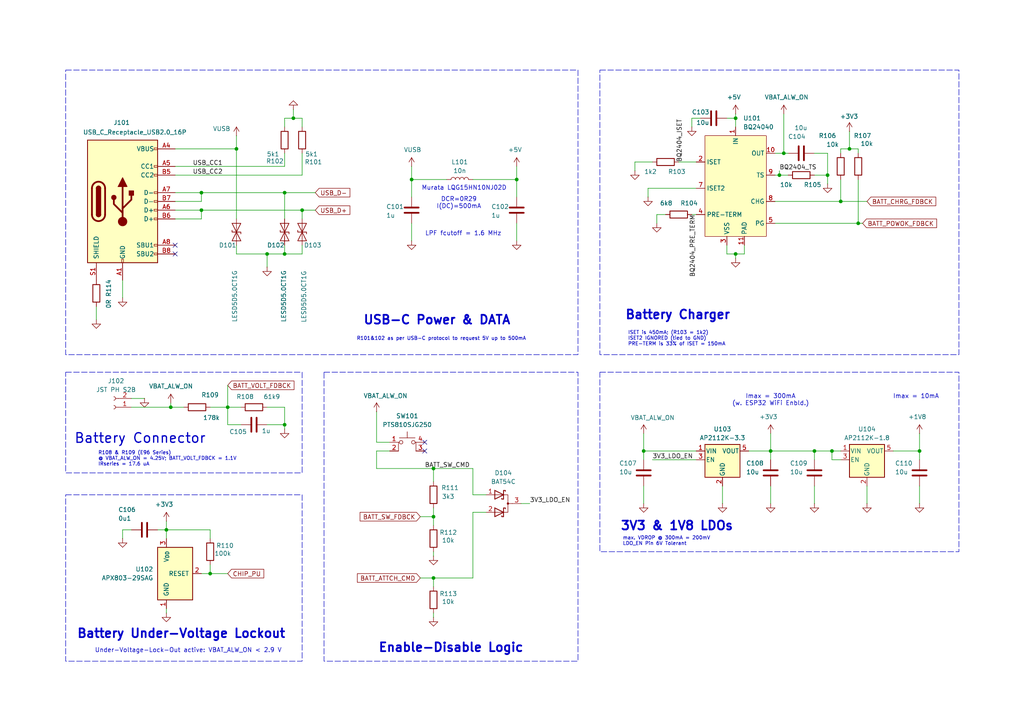
<source format=kicad_sch>
(kicad_sch (version 20231120) (generator "eeschema") (generator_version "8.0")
  (paper "A4")
  (title_block (title "POCKETMUSEUM EDU V0") (date "2025-08-18") (rev "2") (company "Bucharest Applied STEAM Museum"))
  (lib_symbols
    (symbol "BQ240x:BQ24040"
      (property "Reference" "U" (at -0.254 3.556 0))
      (symbol "BQ24040_1_1"
        (rectangle (start -8.89 16.51) (end 8.89 -12.7) (fill (type background)))
        (pin power_in line (at 0 19.05 270) (length 2.54) (name "IN") (number "1"))
        (pin power_out line (at 11.43 11.43 180) (length 2.54) (name "OUT") (number "10"))
        (pin power_in line (at 2.54 -15.24 90) (length 2.54) (name "PAD") (number "11"))
        (pin bidirectional line (at -11.43 8.89 0) (length 2.54) (name "ISET") (number "2"))
        (pin power_in line (at -2.54 -15.24 90) (length 2.54) (name "VSS") (number "3"))
        (pin bidirectional line (at -11.43 -6.35 0) (length 2.54) (name "PRE-TERM") (number "4"))
        (pin bidirectional line (at 11.43 -8.89 180) (length 2.54) (name "PG") (number "5"))
        (pin bidirectional line (at -11.43 1.27 0) (length 2.54) (name "ISET2") (number "7"))
        (pin bidirectional line (at 11.43 -2.54 180) (length 2.54) (name "CHG") (number "8"))
        (pin bidirectional line (at 11.43 5.08 180) (length 2.54) (name "TS") (number "9"))
      )
    )
    (symbol "Connector:Conn_01x02_Socket" (pin_names (offset 1.016) hide)
      (property "Reference" "J" (at 0 2.54 0))
      (property "Value" "Conn_01x02_Socket" (at 0 -5.08 0))
      (symbol "Conn_01x02_Socket_1_1"
        (arc (start 0 -2.032) (mid -0.5058 -2.54) (end 0 -3.048) (stroke (width 0.1524)))
        (polyline (pts (xy -1.27 -2.54) (xy -0.508 -2.54)) (stroke (width 0.1524)))
        (polyline (pts (xy -1.27 0) (xy -0.508 0)) (stroke (width 0.1524)))
        (arc (start 0 0.508) (mid -0.5058 0) (end 0 -0.508) (stroke (width 0.1524)))
        (pin passive line (at -5.08 0 0) (length 3.81) (name "Pin_1") (number "1"))
        (pin passive line (at -5.08 -2.54 0) (length 3.81) (name "Pin_2") (number "2"))
      )
    )
    (symbol "Connector:USB_C_Receptacle_USB2.0_16P" (pin_names (offset 1.016))
      (property "Reference" "J" (at 0 22.225 0))
      (property "Value" "USB_C_Receptacle_USB2.0_16P" (at 0 19.685 0))
      (symbol "USB_C_Receptacle_USB2.0_16P_0_0"
        (rectangle (start -0.254 -17.78) (end 0.254 -16.764))
        (rectangle (start 10.16 -14.986) (end 9.144 -15.494))
        (rectangle (start 10.16 -12.446) (end 9.144 -12.954))
        (rectangle (start 10.16 -4.826) (end 9.144 -5.334))
        (rectangle (start 10.16 -2.286) (end 9.144 -2.794))
        (rectangle (start 10.16 0.254) (end 9.144 -0.254))
        (rectangle (start 10.16 2.794) (end 9.144 2.286))
        (rectangle (start 10.16 7.874) (end 9.144 7.366))
        (rectangle (start 10.16 10.414) (end 9.144 9.906))
        (rectangle (start 10.16 15.494) (end 9.144 14.986))
      )
      (symbol "USB_C_Receptacle_USB2.0_16P_0_1"
        (rectangle (start -10.16 17.78) (end 10.16 -17.78) (stroke (width 0.254)) (fill (type background)))
        (arc (start -8.89 -3.81) (mid -6.985 -5.7067) (end -5.08 -3.81) (stroke (width 0.508)))
        (arc (start -7.62 -3.81) (mid -6.985 -4.4423) (end -6.35 -3.81) (stroke (width 0.254)))
        (arc (start -7.62 -3.81) (mid -6.985 -4.4423) (end -6.35 -3.81) (stroke (width 0.254)) (fill (type outline)))
        (rectangle (start -7.62 -3.81) (end -6.35 3.81) (stroke (width 0.254)) (fill (type outline)))
        (arc (start -6.35 3.81) (mid -6.985 4.4423) (end -7.62 3.81) (stroke (width 0.254)))
        (arc (start -6.35 3.81) (mid -6.985 4.4423) (end -7.62 3.81) (stroke (width 0.254)) (fill (type outline)))
        (arc (start -5.08 3.81) (mid -6.985 5.7067) (end -8.89 3.81) (stroke (width 0.508)))
        (circle (center -2.54 1.143) (radius 0.635) (stroke (width 0.254)) (fill (type outline)))
        (circle (center 0 -5.842) (radius 1.27) (fill (type outline)))
        (polyline (pts (xy -8.89 -3.81) (xy -8.89 3.81)) (stroke (width 0.508)))
        (polyline (pts (xy -5.08 3.81) (xy -5.08 -3.81)) (stroke (width 0.508)))
        (polyline (pts (xy 0 -5.842) (xy 0 4.318)) (stroke (width 0.508)))
        (polyline (pts (xy 0 -3.302) (xy -2.54 -0.762) (xy -2.54 0.508)) (stroke (width 0.508)))
        (polyline (pts (xy 0 -2.032) (xy 2.54 0.508) (xy 2.54 1.778)) (stroke (width 0.508)))
        (polyline (pts (xy -1.27 4.318) (xy 0 6.858) (xy 1.27 4.318) (xy -1.27 4.318)) (stroke (width 0.254)) (fill (type outline)))
        (rectangle (start 1.905 1.778) (end 3.175 3.048) (stroke (width 0.254)) (fill (type outline)))
      )
      (symbol "USB_C_Receptacle_USB2.0_16P_1_1"
        (pin passive line (at 0 -22.86 90) (length 5.08) (name "GND") (number "A1"))
        (pin passive line (at 0 -22.86 90) (length 5.08) hide (name "GND") (number "A12"))
        (pin passive line (at 15.24 15.24 180) (length 5.08) (name "VBUS") (number "A4"))
        (pin bidirectional line (at 15.24 10.16 180) (length 5.08) (name "CC1") (number "A5"))
        (pin bidirectional line (at 15.24 -2.54 180) (length 5.08) (name "D+") (number "A6"))
        (pin bidirectional line (at 15.24 2.54 180) (length 5.08) (name "D-") (number "A7"))
        (pin bidirectional line (at 15.24 -12.7 180) (length 5.08) (name "SBU1") (number "A8"))
        (pin passive line (at 15.24 15.24 180) (length 5.08) hide (name "VBUS") (number "A9"))
        (pin passive line (at 0 -22.86 90) (length 5.08) hide (name "GND") (number "B1"))
        (pin passive line (at 0 -22.86 90) (length 5.08) hide (name "GND") (number "B12"))
        (pin passive line (at 15.24 15.24 180) (length 5.08) hide (name "VBUS") (number "B4"))
        (pin bidirectional line (at 15.24 7.62 180) (length 5.08) (name "CC2") (number "B5"))
        (pin bidirectional line (at 15.24 -5.08 180) (length 5.08) (name "D+") (number "B6"))
        (pin bidirectional line (at 15.24 0 180) (length 5.08) (name "D-") (number "B7"))
        (pin bidirectional line (at 15.24 -15.24 180) (length 5.08) (name "SBU2") (number "B8"))
        (pin passive line (at 15.24 15.24 180) (length 5.08) hide (name "VBUS") (number "B9"))
        (pin passive line (at -7.62 -22.86 90) (length 5.08) (name "SHIELD") (number "S1"))
      )
    )
    (symbol "Device:C" (pin_numbers hide) (pin_names (offset 0.254))
      (property "Reference" "C" (at 0.635 2.54 0))
      (property "Value" "C" (at 0.635 -2.54 0))
      (symbol "C_0_1"
        (polyline (pts (xy -2.032 -0.762) (xy 2.032 -0.762)) (stroke (width 0.508)))
        (polyline (pts (xy -2.032 0.762) (xy 2.032 0.762)) (stroke (width 0.508)))
      )
      (symbol "C_1_1"
        (pin passive line (at 0 3.81 270) (length 2.794) (name "~") (number "1"))
        (pin passive line (at 0 -3.81 90) (length 2.794) (name "~") (number "2"))
      )
    )
    (symbol "Device:D_Schottky_Dual_CommonCathode_AAK_Parallel" (pin_names (offset 0.762) hide)
      (property "Reference" "D" (at 0 5.08 0))
      (property "Value" "D_Schottky_Dual_CommonCathode_AAK_Parallel" (at 0 -5.08 0))
      (symbol "D_Schottky_Dual_CommonCathode_AAK_Parallel_0_1"
        (polyline (pts (xy 1.27 0) (xy 2.54 0)))
        (polyline (pts (xy -2.54 -2.54) (xy 1.27 -2.54) (xy 1.27 2.54) (xy -2.54 2.54)))
        (polyline (pts (xy -2.54 -1.27) (xy 0 -2.54) (xy -2.54 -3.81) (xy -2.54 -1.27) (xy -2.54 -1.27) (xy -2.54 -1.27)) (stroke (width 0.254)))
        (polyline (pts (xy -2.54 3.81) (xy 0 2.54) (xy -2.54 1.27) (xy -2.54 3.81) (xy -2.54 3.81) (xy -2.54 3.81)) (stroke (width 0.254)))
        (polyline (pts (xy 0.508 -1.524) (xy 0.508 -1.27) (xy 0 -1.27) (xy 0 -3.81) (xy -0.508 -3.81) (xy -0.508 -3.556)) (stroke (width 0.254)))
        (polyline (pts (xy 0.508 3.556) (xy 0.508 3.81) (xy 0 3.81) (xy 0 1.27) (xy -0.508 1.27) (xy -0.508 1.524)) (stroke (width 0.254)))
        (circle (center 1.27 0) (radius 0.254) (fill (type outline)))
        (pin passive line (at -5.08 2.54 0) (length 2.54) (name "A") (number "1"))
        (pin passive line (at -5.08 -2.54 0) (length 2.54) (name "A") (number "2"))
        (pin passive line (at 5.08 0 180) (length 2.54) (name "K") (number "3"))
      )
    )
    (symbol "Device:L" (pin_numbers hide) (pin_names (offset 1.016) hide)
      (property "Reference" "L" (at -1.27 0 90))
      (property "Value" "L" (at 1.905 0 90))
      (symbol "L_0_1"
        (arc (start 0 -2.54) (mid 0.6323 -1.905) (end 0 -1.27))
        (arc (start 0 -1.27) (mid 0.6323 -0.635) (end 0 0))
        (arc (start 0 0) (mid 0.6323 0.635) (end 0 1.27))
        (arc (start 0 1.27) (mid 0.6323 1.905) (end 0 2.54))
      )
      (symbol "L_1_1"
        (pin passive line (at 0 3.81 270) (length 1.27) (name "1") (number "1"))
        (pin passive line (at 0 -3.81 90) (length 1.27) (name "2") (number "2"))
      )
    )
    (symbol "Device:R" (pin_numbers hide) (pin_names (offset 0))
      (property "Reference" "R" (at 2.032 0 90))
      (property "Value" "R" (at 0 0 90))
      (symbol "R_0_1"
        (rectangle (start -1.016 -2.54) (end 1.016 2.54) (stroke (width 0.254)))
      )
      (symbol "R_1_1"
        (pin passive line (at 0 3.81 270) (length 1.27) (name "~") (number "1"))
        (pin passive line (at 0 -3.81 90) (length 1.27) (name "~") (number "2"))
      )
    )
    (symbol "Diode:ESD9B5.0ST5G" (pin_numbers hide) (pin_names (offset 1.016) hide)
      (property "Reference" "D" (at 0 2.54 0))
      (property "Value" "ESD9B5.0ST5G" (at 0 -2.54 0))
      (symbol "ESD9B5.0ST5G_0_1"
        (polyline (pts (xy 1.27 0) (xy -1.27 0)))
        (polyline (pts (xy -2.54 -1.27) (xy 0 0) (xy -2.54 1.27) (xy -2.54 -1.27)) (stroke (width 0.2032)))
        (polyline (pts (xy 0.508 1.27) (xy 0 1.27) (xy 0 -1.27) (xy -0.508 -1.27)) (stroke (width 0.2032)))
        (polyline (pts (xy 2.54 1.27) (xy 2.54 -1.27) (xy 0 0) (xy 2.54 1.27)) (stroke (width 0.2032)))
      )
      (symbol "ESD9B5.0ST5G_1_1"
        (pin passive line (at -3.81 0 0) (length 2.54) (name "A1") (number "1"))
        (pin passive line (at 3.81 0 180) (length 2.54) (name "A2") (number "2"))
      )
    )
    (symbol "Power_Supervisor:TLV810EA29DBZ" (pin_names (offset 1.016))
      (property "Reference" "U" (at 2.54 10.16 0))
      (property "Value" "TLV810EA29DBZ" (at 10.16 12.7 0))
      (symbol "TLV810EA29DBZ_1_1"
        (rectangle (start -5.08 7.62) (end 5.08 -7.62) (stroke (width 0.254)) (fill (type background)))
        (pin power_in line (at -2.54 -10.16 90) (length 2.54) (name "GND") (number "1"))
        (pin output line (at 7.62 0 180) (length 2.54) (name "RESET") (number "2"))
        (pin power_in line (at -2.54 10.16 270) (length 2.54) (name "V_{DD}") (number "3"))
      )
    )
    (symbol "Regulator_Linear:AP2112K-1.8" (pin_names (offset 0.254))
      (property "Reference" "U" (at -5.08 5.715 0))
      (property "Value" "AP2112K-1.8" (at 0 5.715 0))
      (symbol "AP2112K-1.8_0_1"
        (rectangle (start -5.08 4.445) (end 5.08 -5.08) (stroke (width 0.254)) (fill (type background)))
      )
      (symbol "AP2112K-1.8_1_1"
        (pin power_in line (at -7.62 2.54 0) (length 2.54) (name "VIN") (number "1"))
        (pin power_in line (at 0 -7.62 90) (length 2.54) (name "GND") (number "2"))
        (pin input line (at -7.62 0 0) (length 2.54) (name "EN") (number "3"))
        (pin no_connect line (at 5.08 0 180) (length 2.54) hide (name "NC") (number "4"))
        (pin power_out line (at 7.62 2.54 180) (length 2.54) (name "VOUT") (number "5"))
      )
    )
    (symbol "Regulator_Linear:AP2112K-3.3" (pin_names (offset 0.254))
      (property "Reference" "U" (at -5.08 5.715 0))
      (property "Value" "AP2112K-3.3" (at 0 5.715 0))
      (symbol "AP2112K-3.3_0_1"
        (rectangle (start -5.08 4.445) (end 5.08 -5.08) (stroke (width 0.254)) (fill (type background)))
      )
      (symbol "AP2112K-3.3_1_1"
        (pin power_in line (at -7.62 2.54 0) (length 2.54) (name "VIN") (number "1"))
        (pin power_in line (at 0 -7.62 90) (length 2.54) (name "GND") (number "2"))
        (pin input line (at -7.62 0 0) (length 2.54) (name "EN") (number "3"))
        (pin no_connect line (at 5.08 0 180) (length 2.54) hide (name "NC") (number "4"))
        (pin power_out line (at 7.62 2.54 180) (length 2.54) (name "VOUT") (number "5"))
      )
    )
    (symbol "Switch:SW_MEC_5E" (pin_names (offset 1.016) hide)
      (property "Reference" "SW" (at 0.635 5.715 0))
      (property "Value" "SW_MEC_5E" (at 0 -3.175 0))
      (symbol "SW_MEC_5E_0_1"
        (circle (center -1.778 2.54) (radius 0.508))
        (polyline (pts (xy -2.286 3.81) (xy 2.286 3.81)))
        (polyline (pts (xy 0 3.81) (xy 0 5.588)))
        (polyline (pts (xy -2.54 0) (xy -2.54 2.54) (xy -2.286 2.54)))
        (polyline (pts (xy 2.54 0) (xy 2.54 2.54) (xy 2.286 2.54)))
        (circle (center 1.778 2.54) (radius 0.508))
        (pin passive line (at -5.08 2.54 0) (length 2.54) (name "1") (number "1"))
        (pin passive line (at -5.08 0 0) (length 2.54) (name "2") (number "2"))
        (pin passive line (at 5.08 0 180) (length 2.54) (name "K") (number "3"))
        (pin passive line (at 5.08 2.54 180) (length 2.54) (name "A") (number "4"))
      )
    )
    (symbol "power:+5V" (power) (pin_numbers hide) (pin_names (offset 0) hide)
      (property "Value" "+5V" (at 0 3.556 0))
      (symbol "+5V_0_1"
        (polyline (pts (xy -0.762 1.27) (xy 0 2.54)))
        (polyline (pts (xy 0 0) (xy 0 2.54)))
        (polyline (pts (xy 0 2.54) (xy 0.762 1.27)))
      )
      (symbol "+5V_1_1"
        (pin power_in line (at 0 0 90) (length 0) (name "~") (number "1"))
      )
    )
    (symbol "power:GND" (power) (pin_numbers hide) (pin_names (offset 0) hide)
      (property "Value" "GND" (at 0 -3.81 0))
      (symbol "GND_0_1"
        (polyline (pts (xy 0 0) (xy 0 -1.27) (xy 1.27 -1.27) (xy 0 -2.54) (xy -1.27 -1.27) (xy 0 -1.27)))
      )
      (symbol "GND_1_1"
        (pin power_in line (at 0 0 270) (length 0) (name "~") (number "1"))
      )
    )
    (symbol "power:VBUS" (power) (pin_numbers hide) (pin_names (offset 0) hide)
      (property "Value" "VBUS" (at 0 3.556 0))
      (symbol "VBUS_0_1"
        (polyline (pts (xy -0.762 1.27) (xy 0 2.54)))
        (polyline (pts (xy 0 0) (xy 0 2.54)))
        (polyline (pts (xy 0 2.54) (xy 0.762 1.27)))
      )
      (symbol "VBUS_1_1"
        (pin power_in line (at 0 0 90) (length 0) (name "~") (number "1"))
      )
    )
  )
  (junction (at 82.55 55.88))
  (junction (at 236.22 130.81))
  (junction (at 125.73 167.64))
  (junction (at 48.26 153.67))
  (junction (at 49.53 118.11))
  (junction (at 125.73 135.89))
  (junction (at 226.06 50.8))
  (junction (at 77.47 73.66))
  (junction (at 186.69 130.81))
  (junction (at 125.73 149.86))
  (junction (at 243.84 58.42))
  (junction (at 266.7 130.81))
  (junction (at 248.92 64.77))
  (junction (at 87.63 60.96))
  (junction (at 227.33 44.45))
  (junction (at 240.03 50.8))
  (junction (at 119.38 52.07))
  (junction (at 246.38 43.18))
  (junction (at 66.04 118.11))
  (junction (at 68.58 43.18))
  (junction (at 241.3 130.81))
  (junction (at 60.96 166.37))
  (junction (at 223.52 130.81))
  (junction (at 213.36 73.66))
  (junction (at 58.42 55.88))
  (junction (at 85.09 34.29))
  (junction (at 58.42 60.96))
  (junction (at 82.55 123.19))
  (junction (at 213.36 34.29))
  (junction (at 82.55 73.66))
  (junction (at 149.86 52.07))
  (no_connect (at 50.8 71.12))
  (no_connect (at 123.19 128.27))
  (no_connect (at 50.8 73.66))
  (no_connect (at 123.19 130.81))
  (wire (pts (xy 82.55 73.66) (xy 87.63 73.66)))
  (wire (pts (xy 48.26 177.8) (xy 48.26 176.53)))
  (wire (pts (xy 113.03 128.27) (xy 109.22 128.27)))
  (wire (pts (xy 209.55 140.97) (xy 209.55 146.05)))
  (wire (pts (xy 87.63 71.12) (xy 87.63 73.66)))
  (wire (pts (xy 87.63 34.29) (xy 85.09 34.29)))
  (wire (pts (xy 125.73 135.89) (xy 125.73 139.7)))
  (wire (pts (xy 87.63 60.96) (xy 91.44 60.96)))
  (wire (pts (xy 49.53 118.11) (xy 53.34 118.11)))
  (wire (pts (xy 60.96 166.37) (xy 66.04 166.37)))
  (wire (pts (xy 224.79 64.77) (xy 248.92 64.77)))
  (wire (pts (xy 125.73 149.86) (xy 125.73 152.4)))
  (wire (pts (xy 200.66 62.23) (xy 201.93 62.23)))
  (wire (pts (xy 85.09 34.29) (xy 82.55 34.29)))
  (wire (pts (xy 246.38 43.18) (xy 248.92 43.18)))
  (wire (pts (xy 248.92 52.07) (xy 248.92 64.77)))
  (wire (pts (xy 224.79 50.8) (xy 226.06 50.8)))
  (wire (pts (xy 243.84 52.07) (xy 243.84 58.42)))
  (wire (pts (xy 137.16 135.89) (xy 137.16 143.51)))
  (wire (pts (xy 266.7 130.81) (xy 266.7 133.35)))
  (wire (pts (xy 87.63 44.45) (xy 87.63 50.8)))
  (wire (pts (xy 248.92 64.77) (xy 250.19 64.77)))
  (wire (pts (xy 60.96 163.83) (xy 60.96 166.37)))
  (wire (pts (xy 215.9 73.66) (xy 213.36 73.66)))
  (wire (pts (xy 189.23 133.35) (xy 201.93 133.35)))
  (wire (pts (xy 85.09 31.75) (xy 85.09 34.29)))
  (wire (pts (xy 87.63 60.96) (xy 87.63 63.5)))
  (wire (pts (xy 125.73 167.64) (xy 137.16 167.64)))
  (wire (pts (xy 213.36 33.02) (xy 213.36 34.29)))
  (wire (pts (xy 187.96 57.15) (xy 187.96 54.61)))
  (wire (pts (xy 215.9 71.12) (xy 215.9 73.66)))
  (wire (pts (xy 69.85 123.19) (xy 66.04 123.19)))
  (wire (pts (xy 121.92 167.64) (xy 125.73 167.64)))
  (wire (pts (xy 227.33 44.45) (xy 228.6 44.45)))
  (wire (pts (xy 119.38 52.07) (xy 129.54 52.07)))
  (wire (pts (xy 60.96 166.37) (xy 58.42 166.37)))
  (wire (pts (xy 82.55 71.12) (xy 82.55 73.66)))
  (wire (pts (xy 125.73 147.32) (xy 125.73 149.86)))
  (wire (pts (xy 186.69 133.35) (xy 186.69 130.81)))
  (wire (pts (xy 27.94 92.71) (xy 27.94 88.9)))
  (wire (pts (xy 82.55 48.26) (xy 82.55 44.45)))
  (wire (pts (xy 60.96 118.11) (xy 66.04 118.11)))
  (wire (pts (xy 49.53 116.84) (xy 49.53 118.11)))
  (wire (pts (xy 66.04 118.11) (xy 69.85 118.11)))
  (wire (pts (xy 109.22 135.89) (xy 125.73 135.89)))
  (wire (pts (xy 213.36 34.29) (xy 213.36 36.83)))
  (wire (pts (xy 50.8 43.18) (xy 68.58 43.18)))
  (wire (pts (xy 226.06 49.53) (xy 226.06 50.8)))
  (wire (pts (xy 241.3 133.35) (xy 241.3 130.81)))
  (wire (pts (xy 223.52 140.97) (xy 223.52 146.05)))
  (wire (pts (xy 213.36 73.66) (xy 213.36 74.93)))
  (wire (pts (xy 246.38 38.1) (xy 246.38 43.18)))
  (wire (pts (xy 82.55 55.88) (xy 91.44 55.88)))
  (wire (pts (xy 187.96 54.61) (xy 201.93 54.61)))
  (wire (pts (xy 149.86 52.07) (xy 149.86 57.15)))
  (wire (pts (xy 35.56 153.67) (xy 38.1 153.67)))
  (wire (pts (xy 121.92 149.86) (xy 125.73 149.86)))
  (wire (pts (xy 68.58 73.66) (xy 77.47 73.66)))
  (wire (pts (xy 224.79 58.42) (xy 243.84 58.42)))
  (wire (pts (xy 241.3 130.81) (xy 243.84 130.81)))
  (wire (pts (xy 87.63 36.83) (xy 87.63 34.29)))
  (wire (pts (xy 186.69 125.73) (xy 186.69 130.81)))
  (wire (pts (xy 38.1 118.11) (xy 49.53 118.11)))
  (wire (pts (xy 50.8 48.26) (xy 82.55 48.26)))
  (wire (pts (xy 184.15 49.53) (xy 184.15 46.99)))
  (wire (pts (xy 50.8 63.5) (xy 58.42 63.5)))
  (wire (pts (xy 210.82 34.29) (xy 213.36 34.29)))
  (wire (pts (xy 149.86 48.26) (xy 149.86 52.07)))
  (wire (pts (xy 82.55 55.88) (xy 82.55 63.5)))
  (wire (pts (xy 82.55 34.29) (xy 82.55 36.83)))
  (wire (pts (xy 109.22 135.89) (xy 109.22 130.81)))
  (wire (pts (xy 223.52 130.81) (xy 223.52 133.35)))
  (wire (pts (xy 251.46 58.42) (xy 243.84 58.42)))
  (wire (pts (xy 125.73 170.18) (xy 125.73 167.64)))
  (wire (pts (xy 60.96 153.67) (xy 48.26 153.67)))
  (wire (pts (xy 125.73 135.89) (xy 137.16 135.89)))
  (wire (pts (xy 68.58 43.18) (xy 68.58 63.5)))
  (wire (pts (xy 223.52 130.81) (xy 236.22 130.81)))
  (wire (pts (xy 243.84 44.45) (xy 243.84 43.18)))
  (wire (pts (xy 77.47 77.47) (xy 77.47 73.66)))
  (wire (pts (xy 66.04 123.19) (xy 66.04 118.11)))
  (wire (pts (xy 48.26 151.13) (xy 48.26 153.67)))
  (wire (pts (xy 68.58 73.66) (xy 68.58 71.12)))
  (wire (pts (xy 236.22 130.81) (xy 236.22 133.35)))
  (wire (pts (xy 50.8 50.8) (xy 87.63 50.8)))
  (wire (pts (xy 109.22 119.38) (xy 109.22 128.27)))
  (wire (pts (xy 137.16 148.59) (xy 137.16 167.64)))
  (wire (pts (xy 186.69 130.81) (xy 201.93 130.81)))
  (wire (pts (xy 35.56 156.21) (xy 35.56 153.67)))
  (wire (pts (xy 119.38 48.26) (xy 119.38 52.07)))
  (wire (pts (xy 109.22 130.81) (xy 113.03 130.81)))
  (wire (pts (xy 68.58 43.18) (xy 68.58 39.37)))
  (wire (pts (xy 266.7 130.81) (xy 259.08 130.81)))
  (wire (pts (xy 190.5 64.77) (xy 190.5 62.23)))
  (wire (pts (xy 210.82 73.66) (xy 213.36 73.66)))
  (wire (pts (xy 240.03 44.45) (xy 236.22 44.45)))
  (wire (pts (xy 227.33 44.45) (xy 224.79 44.45)))
  (wire (pts (xy 251.46 140.97) (xy 251.46 146.05)))
  (wire (pts (xy 240.03 50.8) (xy 240.03 53.34)))
  (wire (pts (xy 236.22 130.81) (xy 241.3 130.81)))
  (wire (pts (xy 119.38 64.77) (xy 119.38 69.85)))
  (wire (pts (xy 200.66 36.83) (xy 200.66 34.29)))
  (wire (pts (xy 149.86 64.77) (xy 149.86 69.85)))
  (wire (pts (xy 58.42 55.88) (xy 58.42 58.42)))
  (wire (pts (xy 77.47 73.66) (xy 82.55 73.66)))
  (wire (pts (xy 226.06 50.8) (xy 228.6 50.8)))
  (wire (pts (xy 227.33 33.02) (xy 227.33 44.45)))
  (wire (pts (xy 60.96 153.67) (xy 60.96 156.21)))
  (wire (pts (xy 217.17 130.81) (xy 223.52 130.81)))
  (wire (pts (xy 45.72 153.67) (xy 48.26 153.67)))
  (wire (pts (xy 125.73 161.29) (xy 125.73 160.02)))
  (wire (pts (xy 48.26 153.67) (xy 48.26 156.21)))
  (wire (pts (xy 266.7 140.97) (xy 266.7 146.05)))
  (wire (pts (xy 248.92 43.18) (xy 248.92 44.45)))
  (wire (pts (xy 82.55 123.19) (xy 82.55 118.11)))
  (wire (pts (xy 119.38 52.07) (xy 119.38 57.15)))
  (wire (pts (xy 137.16 143.51) (xy 140.97 143.51)))
  (wire (pts (xy 137.16 52.07) (xy 149.86 52.07)))
  (wire (pts (xy 186.69 140.97) (xy 186.69 146.05)))
  (wire (pts (xy 243.84 43.18) (xy 246.38 43.18)))
  (wire (pts (xy 243.84 133.35) (xy 241.3 133.35)))
  (wire (pts (xy 184.15 46.99) (xy 189.23 46.99)))
  (wire (pts (xy 125.73 177.8) (xy 125.73 179.07)))
  (wire (pts (xy 200.66 34.29) (xy 203.2 34.29)))
  (wire (pts (xy 35.56 81.28) (xy 35.56 86.36)))
  (wire (pts (xy 223.52 125.73) (xy 223.52 130.81)))
  (wire (pts (xy 236.22 50.8) (xy 240.03 50.8)))
  (wire (pts (xy 190.5 62.23) (xy 193.04 62.23)))
  (wire (pts (xy 50.8 60.96) (xy 58.42 60.96)))
  (wire (pts (xy 50.8 58.42) (xy 58.42 58.42)))
  (wire (pts (xy 58.42 60.96) (xy 87.63 60.96)))
  (wire (pts (xy 66.04 111.76) (xy 66.04 118.11)))
  (wire (pts (xy 151.13 146.05) (xy 153.67 146.05)))
  (wire (pts (xy 210.82 71.12) (xy 210.82 73.66)))
  (wire (pts (xy 140.97 148.59) (xy 137.16 148.59)))
  (wire (pts (xy 266.7 125.73) (xy 266.7 130.81)))
  (wire (pts (xy 58.42 55.88) (xy 82.55 55.88)))
  (wire (pts (xy 82.55 124.46) (xy 82.55 123.19)))
  (wire (pts (xy 196.85 46.99) (xy 201.93 46.99)))
  (wire (pts (xy 77.47 123.19) (xy 82.55 123.19)))
  (wire (pts (xy 240.03 44.45) (xy 240.03 50.8)))
  (wire (pts (xy 58.42 63.5) (xy 58.42 60.96)))
  (wire (pts (xy 50.8 55.88) (xy 58.42 55.88)))
  (wire (pts (xy 38.1 115.57) (xy 41.91 115.57)))
  (wire (pts (xy 236.22 140.97) (xy 236.22 146.05)))
  (wire (pts (xy 82.55 118.11) (xy 77.47 118.11)))
  (rectangle (start 93.98 107.95) (end 167.64 191.77) (stroke (width 0) (type dash)))
  (rectangle (start 173.99 107.95) (end 278.13 160.02) (stroke (width 0) (type dash)))
  (rectangle (start 19.05 20.32) (end 167.64 102.87) (stroke (width 0) (type dash)))
  (rectangle (start 19.05 143.51) (end 87.63 191.77) (stroke (width 0) (type dash)))
  (rectangle (start 19.05 107.95) (end 87.63 137.16) (stroke (width 0) (type dash)))
  (rectangle (start 173.99 20.32) (end 278.13 102.87) (stroke (width 0) (type dash)))
  (text "Murata LQG15HN10NJ02D\n" (at 134.62 54.61 0) (effects (font (size 1.27 1.27))))
  (text "Under-Voltage-Lock-Out active: VBAT_ALW_ON < 2.9 V\n" (at 54.61 188.722 0) (effects (font (size 1.27 1.27))))
  (text "Battery Connector" (at 40.64 127.254 0) (effects (font (size 2.794 2.794) (thickness 0.3556) (bold yes))))
  (text "Imax = 300mA\n(w. ESP32 WiFi Enbld.)\n" (at 223.52 116.078 0) (effects (font (size 1.27 1.27))))
  (text "ISET is 450mA; (R103 = 1k2)\nISET2 IGNORED (tied to GND)\nPRE-TERM is 33% of ISET = 150mA\n\n" (at 182.118 99.06 0) (effects (font (size 1.016 1.016)) (justify left)))
  (text "Battery Charger" (at 196.596 91.44 0) (effects (font (size 2.54 2.54) (thickness 0.508) (bold yes))))
  (text "DCR=0R29\nI(DC)=500mA\n" (at 133.096 58.928 0) (effects (font (size 1.27 1.27))))
  (text "USB-C Power & DATA\n\n" (at 126.746 94.996 0) (effects (font (size 2.54 2.54) (thickness 0.508) (bold yes))))
  (text "Battery Under-Voltage Lockout" (at 52.578 183.896 0) (effects (font (size 2.54 2.54) (thickness 0.508) (bold yes))))
  (text "R108 & R109 (E96 Series)\n@ VBAT_ALW_ON = 4.25V; BATT_VOLT_FDBCK = 1.1V\nIRseries = 17.6 uA" (at 28.448 133.096 0) (effects (font (size 1.016 1.016)) (justify left)))
  (text "Enable-Disable Logic" (at 130.81 187.96 0) (effects (font (size 2.54 2.54) (thickness 0.508) (bold yes))))
  (text "max. VDROP @ 300mA = 200mV\nLDO_EN Pin 6V Tolerant" (at 180.594 156.972 0) (effects (font (size 1.016 1.016)) (justify left)))
  (text "Imax = 10mA\n\n" (at 265.684 116.078 0) (effects (font (size 1.27 1.27))))
  (text "LPF fcutoff = 1.6 MHz" (at 134.366 67.818 0) (effects (font (size 1.27 1.27))))
  (text "3V3 & 1V8 LDOs" (at 196.342 152.654 0) (effects (font (size 2.54 2.54) (thickness 0.508) (bold yes))))
  (text "R101&102 as per USB-C protocol to request 5V up to 500mA" (at 128.016 98.298 0) (effects (font (size 1.016 1.016))))
  (label "USB_CC1" (at 55.88 48.26 0))
  (label "BATT_SW_CMD" (at 123.19 135.89 0))
  (label "3V3_LDO_EN" (at 153.67 146.05 0))
  (label "3V3_LDO_EN" (at 189.23 133.35 0))
  (label "USB_CC2" (at 55.88 50.8 0))
  (label "BQ2404_TS" (at 226.06 49.53 0))
  (label "BQ2404_PRE_TERM" (at 201.93 62.23 270))
  (label "BQ2404_ISET" (at 198.12 46.99 90))
  (global_label "BATT_ATTCH_CMD" (shape input) (at 121.92 167.64 180) (property "Intersheetrefs" "${INTERSHEET_REFS}" (effects (hide yes))))
  (global_label "USB_D-" (shape input) (at 91.44 55.88 0) (property "Intersheetrefs" "${INTERSHEET_REFS}" (effects (hide yes))))
  (global_label "BATT_SW_FDBCK" (shape input) (at 121.92 149.86 180) (property "Intersheetrefs" "${INTERSHEET_REFS}" (effects (hide yes))))
  (global_label "BATT_VOLT_FDBCK" (shape input) (at 66.04 111.76 0) (property "Intersheetrefs" "${INTERSHEET_REFS}" (effects (hide yes))))
  (global_label "BATT_POWOK_FDBCK" (shape input) (at 250.19 64.77 0) (property "Intersheetrefs" "${INTERSHEET_REFS}" (effects (hide yes))))
  (global_label "BATT_CHRG_FDBCK" (shape input) (at 251.46 58.42 0) (property "Intersheetrefs" "${INTERSHEET_REFS}" (effects (hide yes))))
  (global_label "USB_D+" (shape input) (at 91.44 60.96 0) (property "Intersheetrefs" "${INTERSHEET_REFS}" (effects (hide yes))))
  (global_label "CHIP_PU" (shape input) (at 66.04 166.37 0) (property "Intersheetrefs" "${INTERSHEET_REFS}" (effects (hide yes))))
  (symbol (lib_id "power:GND") (at 125.73 179.07 0) (unit 1)
    (property "Reference" "#PWR094" (effects (hide yes)))
    (property "Value" "GND" (effects (hide yes)))
    (property "Description" "Power symbol creates a global label with name \"GND\" , ground" (effects (hide yes)))
  )
  (symbol (lib_id "Device:C") (at 236.22 137.16 0) (unit 1)
    (property "Reference" "C109" (at 229.108 134.366 0) (effects (justify left)))
    (property "Value" "10u" (at 229.108 136.906 0) (effects (justify left)))
    (property "Footprint" "Capacitor_SMD:C_0603_1608Metric" (effects (hide yes)))
    (property "Description" "Unpolarized capacitor" (effects (hide yes)))
    (property "JLCPCB Link" "https://jlcpcb.com/partdetail/60514-CL10A226MQ8NRNC/C59461" (effects (hide yes)))
    (property "Manufacturer" "Samsung Electro-Mechanics " (effects (hide yes)))
    (property "Manufacturer P/N" "CL10A226MQ8NRNC" (effects (hide yes)))
  )
  (symbol (lib_id "power:GND") (at 251.46 146.05 0) (unit 1)
    (property "Reference" "#PWR0100" (effects (hide yes)))
    (property "Value" "GND" (effects (hide yes)))
    (property "Description" "Power symbol creates a global label with name \"GND\" , ground" (effects (hide yes)))
  )
  (symbol (lib_id "Device:C") (at 149.86 60.96 0) (unit 1)
    (property "Reference" "C102" (at 142.494 59.944 0) (effects (justify left)))
    (property "Value" "1u" (at 142.494 62.484 0) (effects (justify left)))
    (property "Footprint" "Capacitor_SMD:C_0402_1005Metric" (effects (hide yes)))
    (property "Description" "Unpolarized capacitor" (effects (hide yes)))
    (property "JLCPCB Link" "https://jlcpcb.com/partdetail/15107-CL05A105KP5NNNC/C14445" (effects (hide yes)))
    (property "Manufacturer" "Samsung Electro-Mechanics " (effects (hide yes)))
    (property "Manufacturer P/N" "CL05A105KP5NNNC" (effects (hide yes)))
  )
  (symbol (lib_id "power:GND") (at 41.91 115.57 0) (unit 1)
    (property "Reference" "#PWR011" (effects (hide yes)))
    (property "Value" "GND" (effects (hide yes)))
    (property "Description" "Power symbol creates a global label with name \"GND\" , ground" (effects (hide yes)))
  )
  (symbol (lib_id "Device:C") (at 232.41 44.45 90) (unit 1)
    (property "Reference" "C104" (at 233.68 39.624 90) (effects (justify left)))
    (property "Value" "10u" (at 234.188 37.084 90) (effects (justify left)))
    (property "Footprint" "Capacitor_SMD:C_0603_1608Metric" (effects (hide yes)))
    (property "Description" "Unpolarized capacitor" (effects (hide yes)))
    (property "JLCPCB Link" "https://jlcpcb.com/partdetail/15107-CL05A105KP5NNNC/C14445" (effects (hide yes)))
    (property "Manufacturer" "Samsung Electro-Mechanics " (effects (hide yes)))
    (property "Manufacturer P/N" "CL05A105KP5NNNC" (effects (hide yes)))
  )
  (symbol (lib_id "Switch:SW_MEC_5E") (at 118.11 130.81 0) (unit 1)
    (property "Reference" "SW101" (at 118.11 120.65 0))
    (property "Value" "PTS810SJG250" (at 118.11 123.19 0))
    (property "Footprint" "Button_Switch_SMD:SW_SPST_PTS810" (effects (hide yes)))
    (property "Datasheet" "http://www.apem.com/int/index.php?controller=attachment&id_attachment=1371" (effects (hide yes)))
    (property "Description" "MEC 5E single pole normally-open tactile switch" (effects (hide yes)))
  )
  (symbol (lib_id "Device:R") (at 232.41 50.8 90) (mirror x) (unit 1)
    (property "Reference" "R105" (at 238.252 53.594 90) (effects (justify left)))
    (property "Value" "10k" (at 229.87 53.594 90) (effects (justify left)))
    (property "Footprint" "Resistor_SMD:R_0402_1005Metric" (effects (hide yes)))
    (property "Description" "Resistor" (effects (hide yes)))
    (property "JLCPCB Link" "https://jlcpcb.com/partdetail/26648-0402WGF5101TCE/C25905" (effects (hide yes)))
    (property "Manufacturer" "UNI-ROYAL(Uniroyal Elec) " (effects (hide yes)))
    (property "Manufacturer P/N" "0402WGF5101TCE" (effects (hide yes)))
  )
  (symbol (lib_id "power:GND") (at 186.69 146.05 0) (unit 1)
    (property "Reference" "#PWR0104" (effects (hide yes)))
    (property "Value" "GND" (effects (hide yes)))
    (property "Description" "Power symbol creates a global label with name \"GND\" , ground" (effects (hide yes)))
  )
  (symbol (lib_id "Device:C") (at 186.69 137.16 0) (unit 1)
    (property "Reference" "C107" (at 179.578 134.366 0) (effects (justify left)))
    (property "Value" "10u" (at 179.578 136.906 0) (effects (justify left)))
    (property "Footprint" "Capacitor_SMD:C_0603_1608Metric" (effects (hide yes)))
    (property "Description" "Unpolarized capacitor" (effects (hide yes)))
    (property "JLCPCB Link" "https://jlcpcb.com/partdetail/60514-CL10A226MQ8NRNC/C59461" (effects (hide yes)))
    (property "Manufacturer" "Samsung Electro-Mechanics " (effects (hide yes)))
    (property "Manufacturer P/N" "CL10A226MQ8NRNC" (effects (hide yes)))
  )
  (symbol (lib_id "Regulator_Linear:AP2112K-1.8") (at 251.46 133.35 0) (unit 1)
    (property "Reference" "U104" (at 251.46 124.46 0))
    (property "Value" "AP2112K-1.8" (at 251.46 127 0))
    (property "Footprint" "Package_TO_SOT_SMD:SOT-23-5" (effects (hide yes)))
    (property "Datasheet" "https://www.diodes.com/assets/Datasheets/AP2112.pdf" (effects (hide yes)))
    (property "Description" "600mA low dropout linear regulator, with enable pin, 2.5V-6V input voltage range, 1.8V fixed positive output, SOT-23-5" (effects (hide yes)))
  )
  (symbol (lib_id "Device:C") (at 73.66 123.19 90) (unit 1)
    (property "Reference" "C105" (at 71.628 125.222 90) (effects (justify left)))
    (property "Value" "1u" (at 78.486 124.968 90) (effects (justify left)))
    (property "Footprint" "Capacitor_SMD:C_0402_1005Metric" (effects (hide yes)))
    (property "Description" "Unpolarized capacitor" (effects (hide yes)))
    (property "JLCPCB Link" "https://jlcpcb.com/partdetail/15107-CL05A105KP5NNNC/C14445" (effects (hide yes)))
    (property "Manufacturer" "Samsung Electro-Mechanics " (effects (hide yes)))
    (property "Manufacturer P/N" "CL05A105KP5NNNC" (effects (hide yes)))
  )
  (symbol (lib_id "power:GND") (at 35.56 156.21 0) (unit 1)
    (property "Reference" "#PWR049" (effects (hide yes)))
    (property "Value" "GND" (effects (hide yes)))
    (property "Description" "Power symbol creates a global label with name \"GND\" , ground" (effects (hide yes)))
  )
  (symbol (lib_id "Device:R") (at 87.63 40.64 180) (unit 1)
    (property "Reference" "R101" (at 93.472 46.99 0) (effects (justify left)))
    (property "Value" "5k1" (at 92.202 44.704 0) (effects (justify left)))
    (property "Footprint" "Resistor_SMD:R_0402_1005Metric" (effects (hide yes)))
    (property "Description" "Resistor" (effects (hide yes)))
    (property "JLCPCB Link" "https://jlcpcb.com/partdetail/26648-0402WGF5101TCE/C25905" (effects (hide yes)))
    (property "Manufacturer" "UNI-ROYAL(Uniroyal Elec) " (effects (hide yes)))
    (property "Manufacturer P/N" "0402WGF5101TCE" (effects (hide yes)))
  )
  (symbol (lib_id "Device:R") (at 125.73 173.99 180) (unit 1)
    (property "Reference" "R113" (at 132.588 172.212 0) (effects (justify left)))
    (property "Value" "10k" (at 131.826 174.498 0) (effects (justify left)))
    (property "Footprint" "Resistor_SMD:R_0402_1005Metric" (effects (hide yes)))
    (property "Description" "Resistor" (effects (hide yes)))
    (property "JLCPCB Link" "https://jlcpcb.com/partdetail/26648-0402WGF5101TCE/C25905" (effects (hide yes)))
    (property "Manufacturer" "UNI-ROYAL(Uniroyal Elec) " (effects (hide yes)))
    (property "Manufacturer P/N" "0402WGF5101TCE" (effects (hide yes)))
  )
  (symbol (lib_id "Connector:Conn_01x02_Socket") (at 33.02 118.11 180) (unit 1)
    (property "Reference" "J102" (at 33.655 110.49 0))
    (property "Value" "JST PH S2B" (at 33.655 113.03 0))
    (property "Footprint" "Connector_JST:JST_PH_S2B-PH-SM4-TB_1x02-1MP_P2.00mm_Horizontal" (effects (hide yes)))
    (property "Description" "Generic connector, single row, 01x02, script generated" (effects (hide yes)))
  )
  (symbol (lib_id "power:GND") (at 119.38 69.85 0) (unit 1)
    (property "Reference" "#PWR08" (effects (hide yes)))
    (property "Value" "GND" (effects (hide yes)))
    (property "Description" "Power symbol creates a global label with name \"GND\" , ground" (effects (hide yes)))
  )
  (symbol (lib_id "Device:R") (at 57.15 118.11 90) (unit 1)
    (property "Reference" "R109" (at 63.5 114.554 90) (effects (justify left)))
    (property "Value" "178k" (at 63.754 121.158 90) (effects (justify left)))
    (property "Footprint" "Resistor_SMD:R_0402_1005Metric" (effects (hide yes)))
    (property "Description" "Resistor" (effects (hide yes)))
    (property "JLCPCB Link" "https://jlcpcb.com/partdetail/26648-0402WGF5101TCE/C25905" (effects (hide yes)))
    (property "Manufacturer" "UNI-ROYAL(Uniroyal Elec) " (effects (hide yes)))
    (property "Manufacturer P/N" "0402WGF5101TCE" (effects (hide yes)))
  )
  (symbol (lib_id "power:GND") (at 35.56 86.36 0) (unit 1)
    (property "Reference" "#PWR02" (effects (hide yes)))
    (property "Value" "GND" (effects (hide yes)))
    (property "Description" "Power symbol creates a global label with name \"GND\" , ground" (effects (hide yes)))
  )
  (symbol (lib_id "Device:C") (at 41.91 153.67 270) (unit 1)
    (property "Reference" "C106" (at 34.29 147.828 90) (effects (justify left)))
    (property "Value" "0u1" (at 34.29 150.368 90) (effects (justify left)))
    (property "Footprint" "Capacitor_SMD:C_0402_1005Metric" (effects (hide yes)))
    (property "Description" "Unpolarized capacitor" (effects (hide yes)))
    (property "JLCPCB Link" "https://jlcpcb.com/partdetail/15107-CL05A105KP5NNNC/C14445" (effects (hide yes)))
    (property "Manufacturer" "Samsung Electro-Mechanics " (effects (hide yes)))
    (property "Manufacturer P/N" "CL05A105KP5NNNC" (effects (hide yes)))
  )
  (symbol (lib_id "Device:C") (at 119.38 60.96 0) (unit 1)
    (property "Reference" "C101" (at 112.014 59.944 0) (effects (justify left)))
    (property "Value" "1u" (at 112.014 62.484 0) (effects (justify left)))
    (property "Footprint" "Capacitor_SMD:C_0402_1005Metric" (effects (hide yes)))
    (property "Description" "Unpolarized capacitor" (effects (hide yes)))
    (property "JLCPCB Link" "https://jlcpcb.com/partdetail/15107-CL05A105KP5NNNC/C14445" (effects (hide yes)))
    (property "Manufacturer" "Samsung Electro-Mechanics " (effects (hide yes)))
    (property "Manufacturer P/N" "CL05A105KP5NNNC" (effects (hide yes)))
  )
  (symbol (lib_id "Power_Supervisor:TLV810EA29DBZ") (at 50.8 166.37 0) (unit 1)
    (property "Reference" "U102" (at 44.45 165.0999 0) (effects (justify right)))
    (property "Value" "APX803-29SAG" (at 44.45 167.6399 0) (effects (justify right)))
    (property "Footprint" "Package_TO_SOT_SMD:SOT-23" (effects (hide yes)))
    (property "Datasheet" "https://www.ti.com/lit/ds/symlink/tlv803e.pdf" (effects (hide yes)))
    (property "Description" "push-pull, active-high, 200mS reset delay, 2.93V threshold voltage, SOT-23" (effects (hide yes)))
  )
  (symbol (lib_id "power:GND") (at 190.5 64.77 0) (unit 1)
    (property "Reference" "#PWR0111" (effects (hide yes)))
    (property "Value" "GND" (effects (hide yes)))
    (property "Description" "Power symbol creates a global label with name \"GND\" , ground" (effects (hide yes)))
  )
  (symbol (lib_id "Regulator_Linear:AP2112K-3.3") (at 209.55 133.35 0) (unit 1)
    (property "Reference" "U103" (at 209.55 124.46 0))
    (property "Value" "AP2112K-3.3" (at 209.55 127 0))
    (property "Footprint" "Package_TO_SOT_SMD:SOT-23-5" (effects (hide yes)))
    (property "Datasheet" "https://www.diodes.com/assets/Datasheets/AP2112.pdf" (effects (hide yes)))
    (property "Description" "600mA low dropout linear regulator, with enable pin, 3.8V-6V input voltage range, 3.3V fixed positive output, SOT-23-5" (effects (hide yes)))
  )
  (symbol (lib_id "power:GND") (at 240.03 53.34 0) (unit 1)
    (property "Reference" "#PWR0105" (effects (hide yes)))
    (property "Value" "GND" (effects (hide yes)))
    (property "Description" "Power symbol creates a global label with name \"GND\" , ground" (effects (hide yes)))
  )
  (symbol (lib_id "power:+5V") (at 49.53 116.84 0) (unit 1)
    (property "Reference" "#PWR013" (effects (hide yes)))
    (property "Value" "VBAT_ALW_ON" (at 43.18 112.014 0) (effects (justify left)))
    (property "Description" "Power symbol creates a global label with name \"+5V\"" (effects (hide yes)))
  )
  (symbol (lib_id "power:GND") (at 187.96 57.15 0) (unit 1)
    (property "Reference" "#PWR0110" (effects (hide yes)))
    (property "Value" "GND" (effects (hide yes)))
    (property "Description" "Power symbol creates a global label with name \"GND\" , ground" (effects (hide yes)))
  )
  (symbol (lib_id "power:GND") (at 77.47 77.47 0) (unit 1)
    (property "Reference" "#PWR037" (effects (hide yes)))
    (property "Value" "GND" (effects (hide yes)))
    (property "Description" "Power symbol creates a global label with name \"GND\" , ground" (effects (hide yes)))
  )
  (symbol (lib_id "power:VBUS") (at 68.58 39.37 0) (unit 1)
    (property "Reference" "#PWR05" (effects (hide yes)))
    (property "Value" "VUSB" (at 61.722 37.338 0) (effects (justify left)))
    (property "Description" "Power symbol creates a global label with name \"VBUS\"" (effects (hide yes)))
  )
  (symbol (lib_id "BQ240x:BQ24040") (at 213.36 55.88 0) (unit 1)
    (property "Reference" "U101" (at 215.5541 34.29 0) (effects (justify left)))
    (property "Value" "BQ24040" (at 215.5541 36.83 0) (effects (justify left)))
    (property "Footprint" "DFNCustom:QFN_10_BQ24040" (effects (hide yes)))
  )
  (symbol (lib_id "Device:D_Schottky_Dual_CommonCathode_AAK_Parallel") (at 146.05 146.05 0) (unit 1)
    (property "Reference" "D104" (at 145.9865 137.16 0))
    (property "Value" "BAT54C" (at 145.9865 139.7 0))
    (property "Footprint" "Package_TO_SOT_SMD:SOT-23" (effects (hide yes)))
    (property "Description" "Dual Schottky diode, common cathode on pin 3" (effects (hide yes)))
  )
  (symbol (lib_id "Device:R") (at 125.73 143.51 180) (unit 1)
    (property "Reference" "R111" (at 133.096 141.478 0) (effects (justify left)))
    (property "Value" "3k3" (at 131.826 144.018 0) (effects (justify left)))
    (property "Footprint" "Resistor_SMD:R_0402_1005Metric" (effects (hide yes)))
    (property "Description" "Resistor" (effects (hide yes)))
    (property "JLCPCB Link" "https://jlcpcb.com/partdetail/26648-0402WGF5101TCE/C25905" (effects (hide yes)))
    (property "Manufacturer" "UNI-ROYAL(Uniroyal Elec) " (effects (hide yes)))
    (property "Manufacturer P/N" "0402WGF5101TCE" (effects (hide yes)))
  )
  (symbol (lib_id "Diode:ESD9B5.0ST5G") (at 68.58 67.31 270) (unit 1)
    (property "Reference" "D101" (at 68.58 71.12 90) (effects (justify right)))
    (property "Value" "LESD5D5.0CT1G" (at 68.072 93.472 0) (effects (justify right)))
    (property "Footprint" "Diode_SMD:D_SOD-523" (effects (hide yes)))
    (property "Datasheet" "https://www.onsemi.com/pub/Collateral/ESD9B-D.PDF" (effects (hide yes)))
    (property "Description" "ESD protection diode, 5.0Vrwm, SOD-923" (effects (hide yes)))
    (property "JLCPCB Link" "https://jlcpcb.com/partdetail/LRC-LESD5D50CT1G/C383211" (effects (hide yes)))
    (property "Manufacturer" "LRC" (effects (hide yes)))
    (property "Manufacturer P/N" "LESD5D5.0CT1G" (effects (hide yes)))
  )
  (symbol (lib_id "power:GND") (at 149.86 69.85 0) (unit 1)
    (property "Reference" "#PWR010" (effects (hide yes)))
    (property "Value" "GND" (effects (hide yes)))
    (property "Description" "Power symbol creates a global label with name \"GND\" , ground" (effects (hide yes)))
  )
  (symbol (lib_id "power:GND") (at 125.73 161.29 0) (unit 1)
    (property "Reference" "#PWR031" (effects (hide yes)))
    (property "Value" "GND" (effects (hide yes)))
    (property "Description" "Power symbol creates a global label with name \"GND\" , ground" (effects (hide yes)))
  )
  (symbol (lib_id "power:GND") (at 200.66 36.83 0) (unit 1)
    (property "Reference" "#PWR0107" (effects (hide yes)))
    (property "Value" "GND" (effects (hide yes)))
    (property "Description" "Power symbol creates a global label with name \"GND\" , ground" (effects (hide yes)))
  )
  (symbol (lib_id "Device:R") (at 196.85 62.23 90) (mirror x) (unit 1)
    (property "Reference" "R104" (at 202.438 58.928 90) (effects (justify left)))
    (property "Value" "6k8" (at 195.072 58.928 90) (effects (justify left)))
    (property "Footprint" "Resistor_SMD:R_0402_1005Metric" (effects (hide yes)))
    (property "Description" "Resistor" (effects (hide yes)))
    (property "JLCPCB Link" "https://jlcpcb.com/partdetail/26648-0402WGF5101TCE/C25905" (effects (hide yes)))
    (property "Manufacturer" "UNI-ROYAL(Uniroyal Elec) " (effects (hide yes)))
    (property "Manufacturer P/N" "0402WGF5101TCE" (effects (hide yes)))
  )
  (symbol (lib_id "Device:C") (at 223.52 137.16 0) (unit 1)
    (property "Reference" "C108" (at 216.408 134.366 0) (effects (justify left)))
    (property "Value" "10u" (at 216.408 136.906 0) (effects (justify left)))
    (property "Footprint" "Capacitor_SMD:C_0603_1608Metric" (effects (hide yes)))
    (property "Description" "Unpolarized capacitor" (effects (hide yes)))
    (property "JLCPCB Link" "https://jlcpcb.com/partdetail/60514-CL10A226MQ8NRNC/C59461" (effects (hide yes)))
    (property "Manufacturer" "Samsung Electro-Mechanics " (effects (hide yes)))
    (property "Manufacturer P/N" "CL10A226MQ8NRNC" (effects (hide yes)))
  )
  (symbol (lib_id "power:GND") (at 184.15 49.53 0) (unit 1)
    (property "Reference" "#PWR0109" (effects (hide yes)))
    (property "Value" "GND" (effects (hide yes)))
    (property "Description" "Power symbol creates a global label with name \"GND\" , ground" (effects (hide yes)))
  )
  (symbol (lib_id "Device:C") (at 207.01 34.29 270) (unit 1)
    (property "Reference" "C103" (at 200.66 32.512 90) (effects (justify left)))
    (property "Value" "10u" (at 201.93 35.56 90) (effects (justify left)))
    (property "Footprint" "Capacitor_SMD:C_0603_1608Metric" (effects (hide yes)))
    (property "Description" "Unpolarized capacitor" (effects (hide yes)))
    (property "JLCPCB Link" "https://jlcpcb.com/partdetail/15107-CL05A105KP5NNNC/C14445" (effects (hide yes)))
    (property "Manufacturer" "Samsung Electro-Mechanics " (effects (hide yes)))
    (property "Manufacturer P/N" "CL05A105KP5NNNC" (effects (hide yes)))
  )
  (symbol (lib_id "Connector:USB_C_Receptacle_USB2.0_16P") (at 35.56 58.42 0) (unit 1)
    (property "Reference" "J101" (at 35.306 35.56 0))
    (property "Value" "USB_C_Receptacle_USB2.0_16P" (at 39.116 38.354 0))
    (property "Footprint" "Connector_USB:USB_C_Receptacle_HRO_TYPE-C-31-M-12" (effects (hide yes)))
    (property "Datasheet" "https://www.usb.org/sites/default/files/documents/usb_type-c.zip" (effects (hide yes)))
    (property "Description" "USB 2.0-only 16P Type-C Receptacle connector" (effects (hide yes)))
    (property "JLCPCB Link" "https://jlcpcb.com/partdetail/Korean_HropartsElec-TYPE_C_31_M12/C165948" (effects (hide yes)))
    (property "Manufacturer" "Korean Hroparts Elec " (effects (hide yes)))
    (property "Manufacturer P/N" "TYPE-C-31-M-12" (effects (hide yes)))
  )
  (symbol (lib_id "power:+5V") (at 48.26 151.13 0) (unit 1)
    (property "Reference" "#PWR051" (effects (hide yes)))
    (property "Value" "+3V3" (at 44.958 146.304 0) (effects (justify left)))
    (property "Description" "Power symbol creates a global label with name \"+5V\"" (effects (hide yes)))
  )
  (symbol (lib_id "power:VBUS") (at 119.38 48.26 0) (unit 1)
    (property "Reference" "#PWR07" (effects (hide yes)))
    (property "Value" "VUSB" (at 117.094 43.434 0) (effects (justify left)))
    (property "Description" "Power symbol creates a global label with name \"VBUS\"" (effects (hide yes)))
  )
  (symbol (lib_id "power:GND") (at 209.55 146.05 0) (unit 1)
    (property "Reference" "#PWR0103" (effects (hide yes)))
    (property "Value" "GND" (effects (hide yes)))
    (property "Description" "Power symbol creates a global label with name \"GND\" , ground" (effects (hide yes)))
  )
  (symbol (lib_id "Device:R") (at 73.66 118.11 90) (unit 1)
    (property "Reference" "R108" (at 73.66 115.062 90) (effects (justify left)))
    (property "Value" "61k9" (at 81.28 115.062 90) (effects (justify left)))
    (property "Footprint" "Resistor_SMD:R_0402_1005Metric" (effects (hide yes)))
    (property "Description" "Resistor" (effects (hide yes)))
    (property "JLCPCB Link" "https://jlcpcb.com/partdetail/26648-0402WGF5101TCE/C25905" (effects (hide yes)))
    (property "Manufacturer" "UNI-ROYAL(Uniroyal Elec) " (effects (hide yes)))
    (property "Manufacturer P/N" "0402WGF5101TCE" (effects (hide yes)))
  )
  (symbol (lib_id "power:GND") (at 27.94 92.71 0) (unit 1)
    (property "Reference" "#PWR0115" (effects (hide yes)))
    (property "Value" "GND" (effects (hide yes)))
    (property "Description" "Power symbol creates a global label with name \"GND\" , ground" (effects (hide yes)))
  )
  (symbol (lib_id "power:GND") (at 236.22 146.05 0) (unit 1)
    (property "Reference" "#PWR0101" (effects (hide yes)))
    (property "Value" "GND" (effects (hide yes)))
    (property "Description" "Power symbol creates a global label with name \"GND\" , ground" (effects (hide yes)))
  )
  (symbol (lib_id "power:GND") (at 48.26 177.8 0) (unit 1)
    (property "Reference" "#PWR050" (effects (hide yes)))
    (property "Value" "GND" (effects (hide yes)))
    (property "Description" "Power symbol creates a global label with name \"GND\" , ground" (effects (hide yes)))
  )
  (symbol (lib_id "power:GND") (at 82.55 124.46 0) (unit 1)
    (property "Reference" "#PWR015" (effects (hide yes)))
    (property "Value" "GND" (effects (hide yes)))
    (property "Description" "Power symbol creates a global label with name \"GND\" , ground" (effects (hide yes)))
  )
  (symbol (lib_id "power:GND") (at 223.52 146.05 0) (unit 1)
    (property "Reference" "#PWR0102" (effects (hide yes)))
    (property "Value" "GND" (effects (hide yes)))
    (property "Description" "Power symbol creates a global label with name \"GND\" , ground" (effects (hide yes)))
  )
  (symbol (lib_id "power:VBUS") (at 227.33 33.02 0) (unit 1)
    (property "Reference" "#PWR063" (effects (hide yes)))
    (property "Value" "VBAT_ALW_ON" (at 221.742 28.194 0) (effects (justify left)))
    (property "Description" "Power symbol creates a global label with name \"VBUS\"" (effects (hide yes)))
  )
  (symbol (lib_id "Device:L") (at 133.35 52.07 90) (unit 1)
    (property "Reference" "L101" (at 133.35 46.99 90))
    (property "Value" "10n" (at 133.35 49.53 90))
    (property "Footprint" "Inductor_SMD:L_0402_1005Metric" (effects (hide yes)))
    (property "Description" "Inductor" (effects (hide yes)))
    (property "JLCPCB Link" "https://jlcpcb.com/partdetail/MurataElectronics-LQG15HS10NJ02D/C77103" (effects (hide yes)))
    (property "Manufacturer" "Murata Electronics " (effects (hide yes)))
    (property "Manufacturer P/N" "LQG15HS10NJ02D" (effects (hide yes)))
  )
  (symbol (lib_id "Device:R") (at 125.73 156.21 180) (unit 1)
    (property "Reference" "R112" (at 132.588 154.432 0) (effects (justify left)))
    (property "Value" "10k" (at 131.826 156.718 0) (effects (justify left)))
    (property "Footprint" "Resistor_SMD:R_0402_1005Metric" (effects (hide yes)))
    (property "Description" "Resistor" (effects (hide yes)))
    (property "JLCPCB Link" "https://jlcpcb.com/partdetail/26648-0402WGF5101TCE/C25905" (effects (hide yes)))
    (property "Manufacturer" "UNI-ROYAL(Uniroyal Elec) " (effects (hide yes)))
    (property "Manufacturer P/N" "0402WGF5101TCE" (effects (hide yes)))
  )
  (symbol (lib_id "Device:R") (at 82.55 40.64 180) (unit 1)
    (property "Reference" "R102" (at 82.296 46.736 0) (effects (justify left)))
    (property "Value" "5k1" (at 81.026 44.704 0) (effects (justify left)))
    (property "Footprint" "Resistor_SMD:R_0402_1005Metric" (effects (hide yes)))
    (property "Description" "Resistor" (effects (hide yes)))
    (property "JLCPCB Link" "https://jlcpcb.com/partdetail/26648-0402WGF5101TCE/C25905" (effects (hide yes)))
    (property "Manufacturer" "UNI-ROYAL(Uniroyal Elec) " (effects (hide yes)))
    (property "Manufacturer P/N" "0402WGF5101TCE" (effects (hide yes)))
  )
  (symbol (lib_id "power:VBUS") (at 109.22 119.38 0) (unit 1)
    (property "Reference" "#PWR033" (effects (hide yes)))
    (property "Value" "VBAT_ALW_ON" (at 105.41 114.808 0) (effects (justify left)))
    (property "Description" "Power symbol creates a global label with name \"VBUS\"" (effects (hide yes)))
  )
  (symbol (lib_id "Diode:ESD9B5.0ST5G") (at 87.63 67.31 90) (unit 1)
    (property "Reference" "D103" (at 88.138 71.12 90) (effects (justify right)))
    (property "Value" "LESD5D5.0CT1G" (at 88.138 78.486 0) (effects (justify right)))
    (property "Footprint" "Diode_SMD:D_SOD-523" (effects (hide yes)))
    (property "Datasheet" "https://www.onsemi.com/pub/Collateral/ESD9B-D.PDF" (effects (hide yes)))
    (property "Description" "ESD protection diode, 5.0Vrwm, SOD-923" (effects (hide yes)))
    (property "JLCPCB Link" "https://jlcpcb.com/partdetail/LRC-LESD5D50CT1G/C383211" (effects (hide yes)))
    (property "Manufacturer" "LRC" (effects (hide yes)))
    (property "Manufacturer P/N" "LESD5D5.0CT1G" (effects (hide yes)))
  )
  (symbol (lib_id "power:+5V") (at 246.38 38.1 0) (mirror y) (unit 1)
    (property "Reference" "#PWR058" (effects (hide yes)))
    (property "Value" "+3V3" (at 248.92 33.782 0) (effects (justify left)))
    (property "Description" "Power symbol creates a global label with name \"+5V\"" (effects (hide yes)))
  )
  (symbol (lib_id "power:GND") (at 213.36 74.93 0) (unit 1)
    (property "Reference" "#PWR0108" (effects (hide yes)))
    (property "Value" "GND" (effects (hide yes)))
    (property "Description" "Power symbol creates a global label with name \"GND\" , ground" (effects (hide yes)))
  )
  (symbol (lib_id "Device:R") (at 193.04 46.99 90) (mirror x) (unit 1)
    (property "Reference" "R103" (at 198.882 49.784 90) (effects (justify left)))
    (property "Value" "1k2" (at 190.5 49.784 90) (effects (justify left)))
    (property "Footprint" "Resistor_SMD:R_0402_1005Metric" (effects (hide yes)))
    (property "Description" "Resistor" (effects (hide yes)))
    (property "JLCPCB Link" "https://jlcpcb.com/partdetail/26648-0402WGF5101TCE/C25905" (effects (hide yes)))
    (property "Manufacturer" "UNI-ROYAL(Uniroyal Elec) " (effects (hide yes)))
    (property "Manufacturer P/N" "0402WGF5101TCE" (effects (hide yes)))
  )
  (symbol (lib_id "power:+5V") (at 213.36 33.02 0) (unit 1)
    (property "Reference" "#PWR0106" (effects (hide yes)))
    (property "Value" "+5V" (at 210.82 28.194 0) (effects (justify left)))
    (property "Description" "Power symbol creates a global label with name \"+5V\"" (effects (hide yes)))
  )
  (symbol (lib_id "power:+5V") (at 266.7 125.73 0) (unit 1)
    (property "Reference" "#PWR097" (effects (hide yes)))
    (property "Value" "+1V8" (at 263.398 120.904 0) (effects (justify left)))
    (property "Description" "Power symbol creates a global label with name \"+5V\"" (effects (hide yes)))
  )
  (symbol (lib_id "power:+5V") (at 149.86 48.26 0) (unit 1)
    (property "Reference" "#PWR09" (effects (hide yes)))
    (property "Value" "+5V" (at 147.32 43.434 0) (effects (justify left)))
    (property "Description" "Power symbol creates a global label with name \"+5V\"" (effects (hide yes)))
  )
  (symbol (lib_id "Device:R") (at 60.96 160.02 180) (unit 1)
    (property "Reference" "R110" (at 67.818 158.242 0) (effects (justify left)))
    (property "Value" "100k" (at 67.056 160.528 0) (effects (justify left)))
    (property "Footprint" "Resistor_SMD:R_0402_1005Metric" (effects (hide yes)))
    (property "Description" "Resistor" (effects (hide yes)))
    (property "JLCPCB Link" "https://jlcpcb.com/partdetail/26648-0402WGF5101TCE/C25905" (effects (hide yes)))
    (property "Manufacturer" "UNI-ROYAL(Uniroyal Elec) " (effects (hide yes)))
    (property "Manufacturer P/N" "0402WGF5101TCE" (effects (hide yes)))
  )
  (symbol (lib_id "power:GND") (at 85.09 31.75 180) (unit 1)
    (property "Reference" "#PWR04" (effects (hide yes)))
    (property "Value" "GND" (effects (hide yes)))
    (property "Description" "Power symbol creates a global label with name \"GND\" , ground" (effects (hide yes)))
  )
  (symbol (lib_id "Device:R") (at 27.94 85.09 0) (unit 1)
    (property "Reference" "R114" (at 31.496 83.566 90))
    (property "Value" "0R" (at 31.496 88.138 90))
    (property "Footprint" "Resistor_SMD:R_0603_1608Metric" (effects (hide yes)))
    (property "Description" "Resistor" (effects (hide yes)))
    (property "JLCPCB Link" "https://jlcpcb.com/partdetail/16080-0603WAJ0000T5E/C15402" (effects (hide yes)))
    (property "Manufacturer" "UNI-ROYAL(Uniroyal Elec) " (effects (hide yes)))
    (property "Manufacturer P/N" "0603WAJ0000T5E" (effects (hide yes)))
  )
  (symbol (lib_id "Diode:ESD9B5.0ST5G") (at 82.55 67.31 270) (unit 1)
    (property "Reference" "D102" (at 82.55 71.12 90) (effects (justify right)))
    (property "Value" "LESD5D5.0CT1G" (at 82.296 93.472 0) (effects (justify right)))
    (property "Footprint" "Diode_SMD:D_SOD-523" (effects (hide yes)))
    (property "Datasheet" "https://www.onsemi.com/pub/Collateral/ESD9B-D.PDF" (effects (hide yes)))
    (property "Description" "ESD protection diode, 5.0Vrwm, SOD-923" (effects (hide yes)))
    (property "JLCPCB Link" "https://jlcpcb.com/partdetail/LRC-LESD5D50CT1G/C383211" (effects (hide yes)))
    (property "Manufacturer" "LRC" (effects (hide yes)))
    (property "Manufacturer P/N" "LESD5D5.0CT1G" (effects (hide yes)))
  )
  (symbol (lib_id "power:+5V") (at 223.52 125.73 0) (unit 1)
    (property "Reference" "#PWR096" (effects (hide yes)))
    (property "Value" "+3V3" (at 220.218 120.904 0) (effects (justify left)))
    (property "Description" "Power symbol creates a global label with name \"+5V\"" (effects (hide yes)))
  )
  (symbol (lib_id "Device:C") (at 266.7 137.16 0) (unit 1)
    (property "Reference" "C110" (at 259.588 134.366 0) (effects (justify left)))
    (property "Value" "10u" (at 259.588 136.906 0) (effects (justify left)))
    (property "Footprint" "Capacitor_SMD:C_0603_1608Metric" (effects (hide yes)))
    (property "Description" "Unpolarized capacitor" (effects (hide yes)))
    (property "JLCPCB Link" "https://jlcpcb.com/partdetail/60514-CL10A226MQ8NRNC/C59461" (effects (hide yes)))
    (property "Manufacturer" "Samsung Electro-Mechanics " (effects (hide yes)))
    (property "Manufacturer P/N" "CL10A226MQ8NRNC" (effects (hide yes)))
  )
  (symbol (lib_id "power:VBUS") (at 186.69 125.73 0) (unit 1)
    (property "Reference" "#PWR030" (effects (hide yes)))
    (property "Value" "VBAT_ALW_ON" (at 182.88 121.158 0) (effects (justify left)))
    (property "Description" "Power symbol creates a global label with name \"VBUS\"" (effects (hide yes)))
  )
  (symbol (lib_id "power:GND") (at 266.7 146.05 0) (unit 1)
    (property "Reference" "#PWR099" (effects (hide yes)))
    (property "Value" "GND" (effects (hide yes)))
    (property "Description" "Power symbol creates a global label with name \"GND\" , ground" (effects (hide yes)))
  )
  (symbol (lib_id "Device:R") (at 243.84 48.26 0) (mirror y) (unit 1)
    (property "Reference" "R106" (at 242.57 39.37 0) (effects (justify left)))
    (property "Value" "10k" (at 243.332 41.91 0) (effects (justify left)))
    (property "Footprint" "Resistor_SMD:R_0402_1005Metric" (effects (hide yes)))
    (property "Description" "Resistor" (effects (hide yes)))
    (property "JLCPCB Link" "https://jlcpcb.com/partdetail/26648-0402WGF5101TCE/C25905" (effects (hide yes)))
    (property "Manufacturer" "UNI-ROYAL(Uniroyal Elec) " (effects (hide yes)))
    (property "Manufacturer P/N" "0402WGF5101TCE" (effects (hide yes)))
  )
  (symbol (lib_id "Device:R") (at 248.92 48.26 0) (mirror y) (unit 1)
    (property "Reference" "R107" (at 252.73 39.37 0) (effects (justify left)))
    (property "Value" "10k" (at 253.238 41.656 0) (effects (justify left)))
    (property "Footprint" "Resistor_SMD:R_0402_1005Metric" (effects (hide yes)))
    (property "Description" "Resistor" (effects (hide yes)))
    (property "JLCPCB Link" "https://jlcpcb.com/partdetail/26648-0402WGF5101TCE/C25905" (effects (hide yes)))
    (property "Manufacturer" "UNI-ROYAL(Uniroyal Elec) " (effects (hide yes)))
    (property "Manufacturer P/N" "0402WGF5101TCE" (effects (hide yes)))
  )
)
</source>
